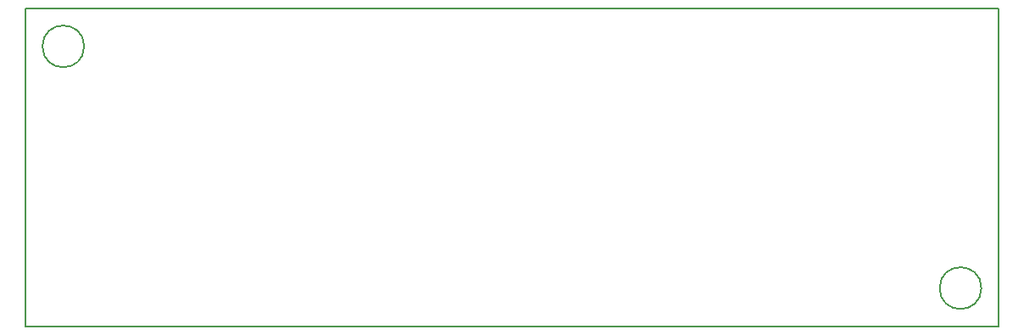
<source format=gm1>
G04 #@! TF.FileFunction,Profile,NP*
%FSLAX46Y46*%
G04 Gerber Fmt 4.6, Leading zero omitted, Abs format (unit mm)*
G04 Created by KiCad (PCBNEW 4.0.2+dfsg1-stable) date Tue 13 Nov 2018 10:28:19 PM EST*
%MOMM*%
G01*
G04 APERTURE LIST*
%ADD10C,0.100000*%
%ADD11C,0.150000*%
G04 APERTURE END LIST*
D10*
D11*
X191135000Y-135255000D02*
X191135000Y-133985000D01*
X93980000Y-135255000D02*
X191135000Y-135255000D01*
X93980000Y-133985000D02*
X93980000Y-135255000D01*
X93980000Y-103505000D02*
X93980000Y-133985000D01*
X99695000Y-103505000D02*
X93980000Y-103505000D01*
X99873419Y-107315000D02*
G75*
G03X99873419Y-107315000I-2083419J0D01*
G01*
X189408419Y-131445000D02*
G75*
G03X189408419Y-131445000I-2083419J0D01*
G01*
X99695000Y-103505000D02*
X191135000Y-103505000D01*
X191135000Y-103505000D02*
X191135000Y-133985000D01*
M02*

</source>
